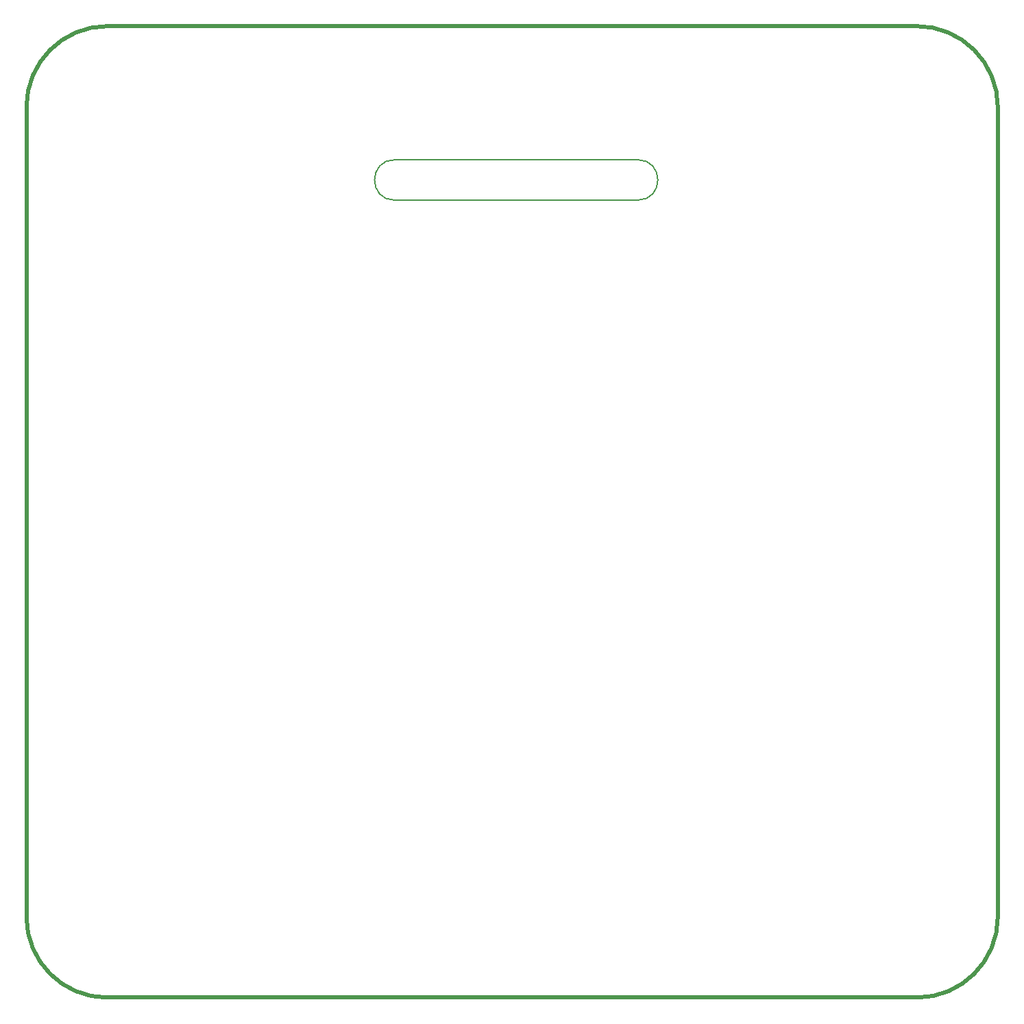
<source format=gm1>
%TF.GenerationSoftware,KiCad,Pcbnew,(6.0.11)*%
%TF.CreationDate,2024-04-14T00:07:34+01:00*%
%TF.ProjectId,RJ21_RJ45_PRIMARY_BREAKOUT,524a3231-5f52-44a3-9435-5f5052494d41,rev?*%
%TF.SameCoordinates,Original*%
%TF.FileFunction,Profile,NP*%
%FSLAX46Y46*%
G04 Gerber Fmt 4.6, Leading zero omitted, Abs format (unit mm)*
G04 Created by KiCad (PCBNEW (6.0.11)) date 2024-04-14 00:07:34*
%MOMM*%
%LPD*%
G01*
G04 APERTURE LIST*
%TA.AperFunction,Profile*%
%ADD10C,0.500000*%
%TD*%
%TA.AperFunction,Profile*%
%ADD11C,0.150000*%
%TD*%
G04 APERTURE END LIST*
D10*
X110000000Y-50000000D02*
X210000000Y-50000000D01*
X100000000Y-60000000D02*
X100000000Y-160000000D01*
X220000000Y-60000000D02*
X220000000Y-160000000D01*
X210000000Y-170000000D02*
X110000000Y-170000000D01*
X100000000Y-160000000D02*
G75*
G03*
X110000000Y-170000000I10000000J0D01*
G01*
X210000000Y-170000000D02*
G75*
G03*
X220000000Y-160000000I0J10000000D01*
G01*
X220000000Y-60000000D02*
G75*
G03*
X210000000Y-50000000I-10000000J0D01*
G01*
D11*
X145500000Y-71500000D02*
X175500000Y-71500000D01*
X175500000Y-71500000D02*
G75*
G03*
X175500000Y-66500000I0J2500000D01*
G01*
D10*
X110000000Y-50000000D02*
G75*
G03*
X100000000Y-60000000I0J-10000000D01*
G01*
D11*
X145500000Y-66500000D02*
G75*
G03*
X145500000Y-71500000I0J-2500000D01*
G01*
X145500000Y-66500000D02*
X175500000Y-66500000D01*
M02*

</source>
